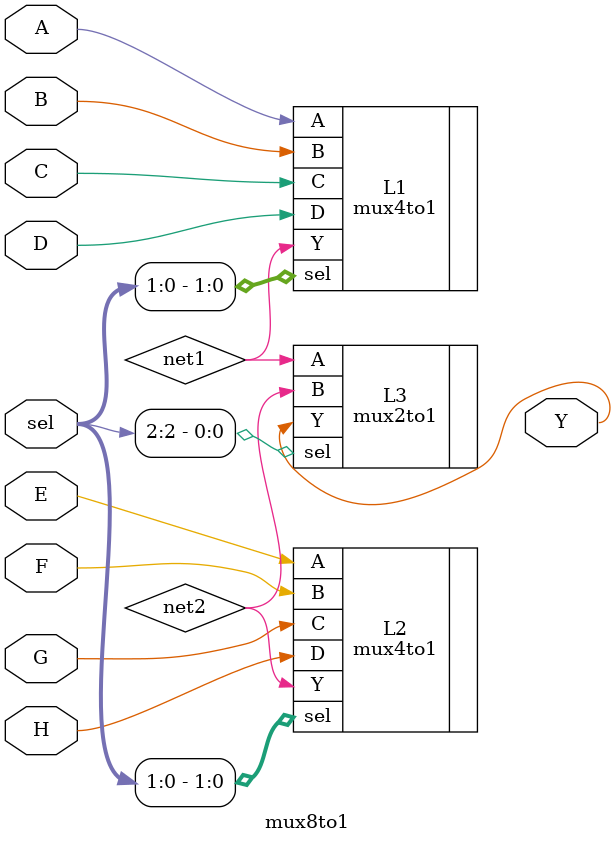
<source format=sv>
module mux8to1(
    input A,
    input B,
    input C,
    input D,
    input E,
    input F,
    input G,
    input H,
    input [2:0] sel,
    output Y
    );
    
    wire net1;
    wire net2;
    

    mux4to1 L1(
        .A(A),
        .B(B),
        .C(C),
        .D(D),
        .sel(sel[1:0]),
        .Y(net1)
    );
    
    mux4to1 L2(
            .A(E),
            .B(F),
            .C(G),
            .D(H),
            .sel(sel[1:0]),
            .Y(net2)
    );
    
    mux2to1 L3(
                .A(net1),
                .B(net2),
                .sel(sel[2]),
                .Y(Y)
    );
    
endmodule
</source>
